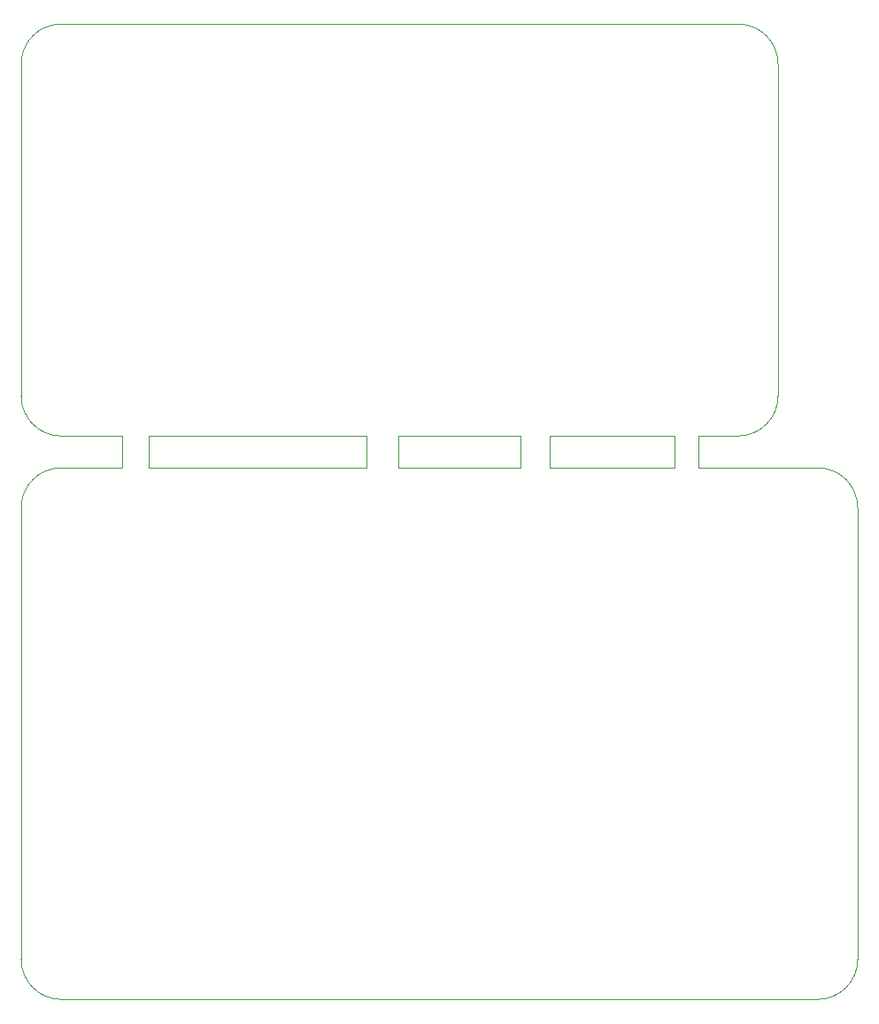
<source format=gbr>
G04 #@! TF.GenerationSoftware,KiCad,Pcbnew,(5.1.2-1)-1*
G04 #@! TF.CreationDate,2019-08-25T21:24:03+10:00*
G04 #@! TF.ProjectId,Bus,4275732e-6b69-4636-9164-5f7063625858,rev?*
G04 #@! TF.SameCoordinates,Original*
G04 #@! TF.FileFunction,Profile,NP*
%FSLAX46Y46*%
G04 Gerber Fmt 4.6, Leading zero omitted, Abs format (unit mm)*
G04 Created by KiCad (PCBNEW (5.1.2-1)-1) date 2019-08-25 21:24:03*
%MOMM*%
%LPD*%
G04 APERTURE LIST*
%ADD10C,0.050000*%
G04 APERTURE END LIST*
D10*
X160528000Y-85852000D02*
X171958000Y-85852000D01*
X160528000Y-82804000D02*
X164338000Y-82804000D01*
X158242000Y-85852000D02*
X146304000Y-85852000D01*
X146304000Y-82804000D02*
X158242000Y-82804000D01*
X143510000Y-85852000D02*
X131826000Y-85852000D01*
X131826000Y-82804000D02*
X143510000Y-82804000D01*
X128778000Y-82804000D02*
X107950000Y-82804000D01*
X107950000Y-85852000D02*
X128778000Y-85852000D01*
X105410000Y-85852000D02*
X99568000Y-85852000D01*
X99568000Y-82804000D02*
X105410000Y-82804000D01*
X107950000Y-82804000D02*
X107950000Y-85852000D01*
X105410000Y-82804000D02*
X105410000Y-85852000D01*
X128778000Y-82804000D02*
X128778000Y-85852000D01*
X131826000Y-82804000D02*
X131826000Y-85852000D01*
X143510000Y-82804000D02*
X143510000Y-85852000D01*
X146304000Y-82804000D02*
X146304000Y-85852000D01*
X158242000Y-82804000D02*
X158242000Y-85852000D01*
X160528000Y-82804000D02*
X160528000Y-85852000D01*
X164338000Y-43434000D02*
X99568000Y-43434000D01*
X171958000Y-136652000D02*
X170688000Y-136652000D01*
X175768000Y-132842000D02*
X175768000Y-129032000D01*
X99568000Y-136652000D02*
X170688000Y-136652000D01*
X175768000Y-132842000D02*
G75*
G02X171958000Y-136652000I-3810000J0D01*
G01*
X175768000Y-89662000D02*
X175768000Y-129032000D01*
X99568000Y-136652000D02*
G75*
G02X95758000Y-132842000I0J3810000D01*
G01*
X95758000Y-89662000D02*
X95758000Y-132842000D01*
X171958000Y-85852000D02*
G75*
G02X175768000Y-89662000I0J-3810000D01*
G01*
X95758000Y-89662000D02*
G75*
G02X99568000Y-85852000I3810000J0D01*
G01*
X168148000Y-47244000D02*
X168148000Y-78994000D01*
X168148000Y-78994000D02*
G75*
G02X164338000Y-82804000I-3810000J0D01*
G01*
X95758000Y-78994000D02*
X95758000Y-47244000D01*
X99568000Y-82804000D02*
G75*
G02X95758000Y-78994000I0J3810000D01*
G01*
X164338000Y-43434000D02*
G75*
G02X168148000Y-47244000I0J-3810000D01*
G01*
X95758000Y-47244000D02*
G75*
G02X99568000Y-43434000I3810000J0D01*
G01*
M02*

</source>
